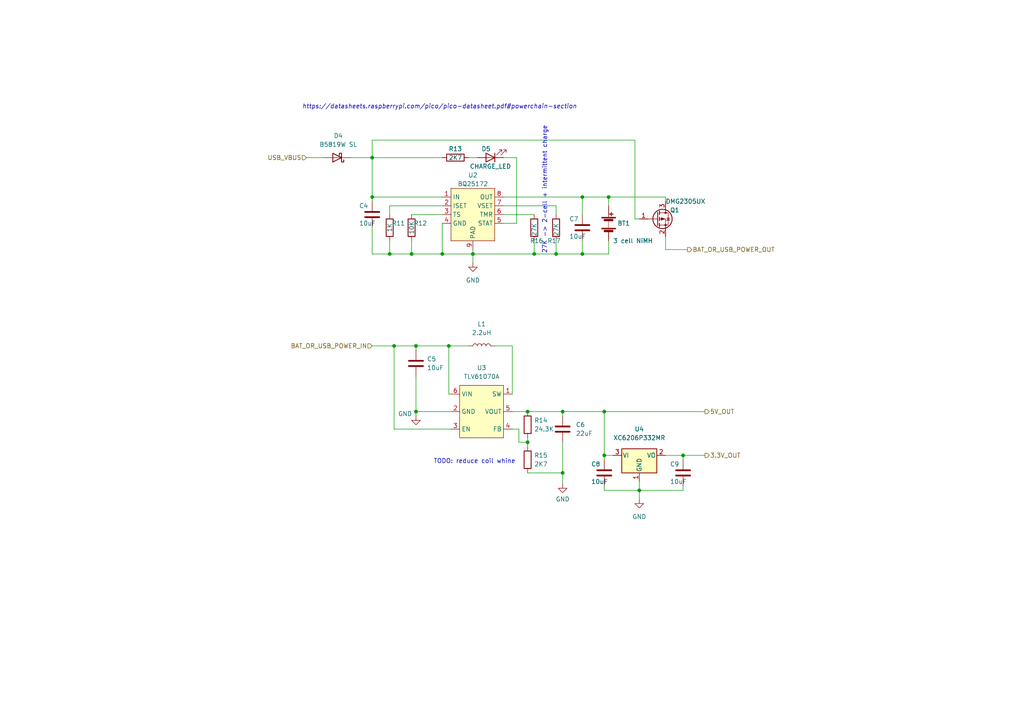
<source format=kicad_sch>
(kicad_sch (version 20211123) (generator eeschema)
  (paper "A4")
  (lib_symbols
    (symbol "Device:Battery" (pin_numbers hide) (pin_names (offset 0) hide)
      (property "Reference" "BT" (at 2.54 2.54 0))
      (property "Value" "Battery" (at 2.54 0 0))
      (symbol "Battery_0_1"
        (rectangle (start -2.032 -1.397) (end 2.032 -1.651) (fill (type outline)))
        (rectangle (start -2.032 1.778) (end 2.032 1.524) (fill (type outline)))
        (rectangle (start -1.3208 -1.9812) (end 1.27 -2.4892) (fill (type outline)))
        (rectangle (start -1.3208 1.1938) (end 1.27 0.6858) (fill (type outline)))
        (polyline (pts (xy 0 -1.524) (xy 0 -1.27)))
        (polyline (pts (xy 0 -1.016) (xy 0 -0.762)))
        (polyline (pts (xy 0 -0.508) (xy 0 -0.254)))
        (polyline (pts (xy 0 0) (xy 0 0.254)))
        (polyline (pts (xy 0 0.508) (xy 0 0.762)))
        (polyline (pts (xy 0 1.778) (xy 0 2.54)))
        (polyline (pts (xy 0.254 2.667) (xy 1.27 2.667)) (stroke (width 0.254)))
        (polyline (pts (xy 0.762 3.175) (xy 0.762 2.159)) (stroke (width 0.254)))
      )
      (symbol "Battery_1_1"
        (pin passive line (at 0 5.08 270) (length 2.54) (name "+") (number "1"))
        (pin passive line (at 0 -5.08 90) (length 2.54) (name "-") (number "2"))
      )
    )
    (symbol "Device:C" (pin_numbers hide) (pin_names (offset 0.254))
      (property "Reference" "C" (at 0.635 2.54 0))
      (property "Value" "C" (at 0.635 -2.54 0))
      (symbol "C_0_1"
        (polyline (pts (xy -2.032 -0.762) (xy 2.032 -0.762)) (stroke (width 0.508)))
        (polyline (pts (xy -2.032 0.762) (xy 2.032 0.762)) (stroke (width 0.508)))
      )
      (symbol "C_1_1"
        (pin passive line (at 0 3.81 270) (length 2.794) (name "~") (number "1"))
        (pin passive line (at 0 -3.81 90) (length 2.794) (name "~") (number "2"))
      )
    )
    (symbol "Device:L" (pin_numbers hide) (pin_names (offset 1.016) hide)
      (property "Reference" "L" (at -1.27 0 90))
      (property "Value" "L" (at 1.905 0 90))
      (symbol "L_0_1"
        (arc (start 0 -2.54) (mid 0.635 -1.905) (end 0 -1.27))
        (arc (start 0 -1.27) (mid 0.635 -0.635) (end 0 0))
        (arc (start 0 0) (mid 0.635 0.635) (end 0 1.27))
        (arc (start 0 1.27) (mid 0.635 1.905) (end 0 2.54))
      )
      (symbol "L_1_1"
        (pin passive line (at 0 3.81 270) (length 1.27) (name "1") (number "1"))
        (pin passive line (at 0 -3.81 90) (length 1.27) (name "2") (number "2"))
      )
    )
    (symbol "Device:LED" (pin_numbers hide) (pin_names (offset 1.016) hide)
      (property "Reference" "D" (at 0 2.54 0))
      (property "Value" "LED" (at 0 -2.54 0))
      (symbol "LED_0_1"
        (polyline (pts (xy -1.27 -1.27) (xy -1.27 1.27)) (stroke (width 0.254)))
        (polyline (pts (xy -1.27 0) (xy 1.27 0)))
        (polyline (pts (xy 1.27 -1.27) (xy 1.27 1.27) (xy -1.27 0) (xy 1.27 -1.27)) (stroke (width 0.254)))
        (polyline (pts (xy -3.048 -0.762) (xy -4.572 -2.286) (xy -3.81 -2.286) (xy -4.572 -2.286) (xy -4.572 -1.524)))
        (polyline (pts (xy -1.778 -0.762) (xy -3.302 -2.286) (xy -2.54 -2.286) (xy -3.302 -2.286) (xy -3.302 -1.524)))
      )
      (symbol "LED_1_1"
        (pin passive line (at -3.81 0 0) (length 2.54) (name "K") (number "1"))
        (pin passive line (at 3.81 0 180) (length 2.54) (name "A") (number "2"))
      )
    )
    (symbol "Device:R" (pin_numbers hide) (pin_names (offset 0))
      (property "Reference" "R" (at 2.032 0 90))
      (property "Value" "R" (at 0 0 90))
      (symbol "R_0_1"
        (rectangle (start -1.016 -2.54) (end 1.016 2.54) (stroke (width 0.254)))
      )
      (symbol "R_1_1"
        (pin passive line (at 0 3.81 270) (length 1.27) (name "~") (number "1"))
        (pin passive line (at 0 -3.81 90) (length 1.27) (name "~") (number "2"))
      )
    )
    (symbol "Diode:1N5819" (pin_numbers hide) (pin_names (offset 1.016) hide)
      (property "Reference" "D" (at 0 2.54 0))
      (property "Value" "1N5819" (at 0 -2.54 0))
      (symbol "1N5819_0_1"
        (polyline (pts (xy 1.27 0) (xy -1.27 0)))
        (polyline (pts (xy 1.27 1.27) (xy 1.27 -1.27) (xy -1.27 0) (xy 1.27 1.27)) (stroke (width 0.254)))
        (polyline (pts (xy -1.905 0.635) (xy -1.905 1.27) (xy -1.27 1.27) (xy -1.27 -1.27) (xy -0.635 -1.27) (xy -0.635 -0.635)) (stroke (width 0.254)))
      )
      (symbol "1N5819_1_1"
        (pin passive line (at -3.81 0 0) (length 2.54) (name "K") (number "1"))
        (pin passive line (at 3.81 0 180) (length 2.54) (name "A") (number "2"))
      )
    )
    (symbol "Regulator_Linear:XC6206PxxxMR" (pin_names (offset 0.254))
      (property "Reference" "U" (at -3.81 3.175 0))
      (property "Value" "XC6206PxxxMR" (at 0 3.175 0))
      (symbol "XC6206PxxxMR_0_1"
        (rectangle (start -5.08 1.905) (end 5.08 -5.08) (stroke (width 0.254)) (fill (type background)))
      )
      (symbol "XC6206PxxxMR_1_1"
        (pin power_in line (at 0 -7.62 90) (length 2.54) (name "GND") (number "1"))
        (pin power_out line (at 7.62 0 180) (length 2.54) (name "VO") (number "2"))
        (pin power_in line (at -7.62 0 0) (length 2.54) (name "VI") (number "3"))
      )
    )
    (symbol "Transistor_FET:DMG2301L" (pin_names hide)
      (property "Reference" "Q" (at 5.08 1.905 0))
      (property "Value" "DMG2301L" (at 5.08 0 0))
      (symbol "DMG2301L_0_1"
        (polyline (pts (xy 0.254 0) (xy -2.54 0)))
        (polyline (pts (xy 0.254 1.905) (xy 0.254 -1.905)) (stroke (width 0.254)))
        (polyline (pts (xy 0.762 -1.27) (xy 0.762 -2.286)) (stroke (width 0.254)))
        (polyline (pts (xy 0.762 0.508) (xy 0.762 -0.508)) (stroke (width 0.254)))
        (polyline (pts (xy 0.762 2.286) (xy 0.762 1.27)) (stroke (width 0.254)))
        (polyline (pts (xy 2.54 2.54) (xy 2.54 1.778)))
        (polyline (pts (xy 2.54 -2.54) (xy 2.54 0) (xy 0.762 0)))
        (polyline (pts (xy 0.762 1.778) (xy 3.302 1.778) (xy 3.302 -1.778) (xy 0.762 -1.778)))
        (polyline (pts (xy 2.286 0) (xy 1.27 0.381) (xy 1.27 -0.381) (xy 2.286 0)) (fill (type outline)))
        (polyline (pts (xy 2.794 -0.508) (xy 2.921 -0.381) (xy 3.683 -0.381) (xy 3.81 -0.254)))
        (polyline (pts (xy 3.302 -0.381) (xy 2.921 0.254) (xy 3.683 0.254) (xy 3.302 -0.381)))
        (circle (center 1.651 0) (radius 2.794) (stroke (width 0.254)))
        (circle (center 2.54 -1.778) (radius 0.254) (fill (type outline)))
        (circle (center 2.54 1.778) (radius 0.254) (fill (type outline)))
      )
      (symbol "DMG2301L_1_1"
        (pin input line (at -5.08 0 0) (length 2.54) (name "G") (number "1"))
        (pin passive line (at 2.54 -5.08 90) (length 2.54) (name "S") (number "2"))
        (pin passive line (at 2.54 5.08 270) (length 2.54) (name "D") (number "3"))
      )
    )
    (symbol "power:GND" (power) (pin_names (offset 0))
      (property "Value" "GND" (at 0 -3.81 0))
      (symbol "GND_0_1"
        (polyline (pts (xy 0 0) (xy 0 -1.27) (xy 1.27 -1.27) (xy 0 -2.54) (xy -1.27 -1.27) (xy 0 -1.27)))
      )
      (symbol "GND_1_1"
        (pin power_in line (at 0 0 270) (length 0) hide (name "GND") (number "1"))
      )
    )
    (symbol "project_library:BQ25172"
      (property "Reference" "U?" (at 0 10.16 0))
      (property "Value" "BQ25172" (at 0 12.7 0))
      (symbol "BQ25172_0_1"
        (rectangle (start -6.35 7.62) (end 6.35 -7.62) (fill (type background)))
      )
      (symbol "BQ25172_1_1"
        (pin input line (at -8.89 5.08 0) (length 2.54) (name "IN") (number "1"))
        (pin input line (at -8.89 2.54 0) (length 2.54) (name "ISET") (number "2"))
        (pin input line (at -8.89 0 0) (length 2.54) (name "TS") (number "3"))
        (pin input line (at -8.89 -2.54 0) (length 2.54) (name "GND") (number "4"))
        (pin input line (at 8.89 -2.54 180) (length 2.54) (name "STAT") (number "5"))
        (pin input line (at 8.89 0 180) (length 2.54) (name "TMR") (number "6"))
        (pin input line (at 8.89 2.54 180) (length 2.54) (name "VSET") (number "7"))
        (pin output line (at 8.89 5.08 180) (length 2.54) (name "OUT") (number "8"))
        (pin input line (at 0 -10.16 90) (length 2.54) (name "PAD") (number "9"))
      )
    )
    (symbol "project_library:TLV61070A"
      (property "Reference" "U" (at 0 7.62 0))
      (property "Value" "TLV61070A" (at 0 10.16 0))
      (symbol "TLV61070A_0_1"
        (rectangle (start -6.35 6.35) (end 6.35 -8.89) (fill (type background)))
      )
      (symbol "TLV61070A_1_1"
        (pin input line (at 8.89 3.81 180) (length 2.54) (name "SW") (number "1"))
        (pin power_in line (at -8.89 -1.27 0) (length 2.54) (name "GND") (number "2"))
        (pin input line (at -8.89 -6.35 0) (length 2.54) (name "EN") (number "3"))
        (pin input line (at 8.89 -6.35 180) (length 2.54) (name "FB") (number "4"))
        (pin power_out line (at 8.89 -1.27 180) (length 2.54) (name "VOUT") (number "5"))
        (pin power_in line (at -8.89 3.81 0) (length 2.54) (name "VIN") (number "6"))
      )
    )
  )
  (junction (at 120.65 100.33))
  (junction (at 153.035 119.38))
  (junction (at 176.53 57.15))
  (junction (at 168.91 73.66))
  (junction (at 137.16 73.66))
  (junction (at 130.175 100.33))
  (junction (at 120.65 119.38))
  (junction (at 107.95 45.72))
  (junction (at 175.26 119.38))
  (junction (at 114.3 100.33))
  (junction (at 113.03 73.66))
  (junction (at 198.12 132.08))
  (junction (at 128.27 73.66))
  (junction (at 163.195 119.38))
  (junction (at 119.38 73.66))
  (junction (at 185.42 142.24))
  (junction (at 161.29 73.66))
  (junction (at 163.195 137.16))
  (junction (at 107.95 57.15))
  (junction (at 175.26 132.08))
  (junction (at 168.91 57.15))
  (junction (at 154.94 73.66))
  (junction (at 153.035 128.27))
  (wire (pts (xy 137.16 73.66) (xy 137.16 76.2)))
  (wire (pts (xy 137.16 72.39) (xy 137.16 73.66)))
  (wire (pts (xy 175.26 119.38) (xy 175.26 132.08)))
  (wire (pts (xy 168.91 69.85) (xy 168.91 73.66)))
  (wire (pts (xy 130.81 114.3) (xy 130.175 114.3)))
  (wire (pts (xy 154.94 73.66) (xy 137.16 73.66)))
  (wire (pts (xy 185.42 142.24) (xy 185.42 144.78)))
  (wire (pts (xy 185.42 139.7) (xy 185.42 142.24)))
  (wire (pts (xy 153.035 127) (xy 153.035 128.27)))
  (wire (pts (xy 193.04 68.58) (xy 193.04 72.39)))
  (wire (pts (xy 175.26 142.24) (xy 175.26 140.97)))
  (wire (pts (xy 113.03 69.85) (xy 113.03 73.66)))
  (wire (pts (xy 107.95 40.64) (xy 184.15 40.64)))
  (wire (pts (xy 193.04 132.08) (xy 198.12 132.08)))
  (wire (pts (xy 198.12 132.08) (xy 198.12 133.35)))
  (wire (pts (xy 107.95 66.04) (xy 107.95 73.66)))
  (wire (pts (xy 107.95 45.72) (xy 107.95 57.15)))
  (wire (pts (xy 153.035 128.27) (xy 153.035 129.54)))
  (wire (pts (xy 130.175 100.33) (xy 135.89 100.33)))
  (wire (pts (xy 146.05 64.77) (xy 149.86 64.77)))
  (wire (pts (xy 120.65 100.33) (xy 120.65 101.6)))
  (wire (pts (xy 176.53 57.15) (xy 193.04 57.15)))
  (wire (pts (xy 120.65 119.38) (xy 120.65 120.65)))
  (wire (pts (xy 148.59 119.38) (xy 153.035 119.38)))
  (wire (pts (xy 120.65 119.38) (xy 130.81 119.38)))
  (wire (pts (xy 107.95 45.72) (xy 128.27 45.72)))
  (wire (pts (xy 175.26 132.08) (xy 177.8 132.08)))
  (wire (pts (xy 161.29 59.69) (xy 161.29 62.23)))
  (wire (pts (xy 130.175 114.3) (xy 130.175 100.33)))
  (wire (pts (xy 168.91 73.66) (xy 176.53 73.66)))
  (wire (pts (xy 161.29 73.66) (xy 154.94 73.66)))
  (wire (pts (xy 130.81 124.46) (xy 114.3 124.46)))
  (wire (pts (xy 146.05 59.69) (xy 161.29 59.69)))
  (wire (pts (xy 163.195 128.27) (xy 163.195 137.16)))
  (wire (pts (xy 149.86 64.77) (xy 149.86 45.72)))
  (wire (pts (xy 107.95 57.15) (xy 128.27 57.15)))
  (wire (pts (xy 114.3 100.33) (xy 120.65 100.33)))
  (wire (pts (xy 148.59 114.3) (xy 148.59 100.33)))
  (wire (pts (xy 150.495 124.46) (xy 150.495 128.27)))
  (wire (pts (xy 193.04 57.15) (xy 193.04 58.42)))
  (wire (pts (xy 107.95 100.33) (xy 114.3 100.33)))
  (wire (pts (xy 119.38 69.85) (xy 119.38 73.66)))
  (wire (pts (xy 128.27 64.77) (xy 128.27 73.66)))
  (wire (pts (xy 198.12 142.24) (xy 198.12 140.97)))
  (wire (pts (xy 154.94 69.85) (xy 154.94 73.66)))
  (wire (pts (xy 184.15 40.64) (xy 184.15 63.5)))
  (wire (pts (xy 120.65 100.33) (xy 130.175 100.33)))
  (wire (pts (xy 107.95 40.64) (xy 107.95 45.72)))
  (wire (pts (xy 184.15 63.5) (xy 185.42 63.5)))
  (wire (pts (xy 113.03 59.69) (xy 128.27 59.69)))
  (wire (pts (xy 168.91 57.15) (xy 176.53 57.15)))
  (wire (pts (xy 168.91 73.66) (xy 161.29 73.66)))
  (wire (pts (xy 193.04 72.39) (xy 199.39 72.39)))
  (wire (pts (xy 175.26 119.38) (xy 204.47 119.38)))
  (wire (pts (xy 113.03 62.23) (xy 113.03 59.69)))
  (wire (pts (xy 146.05 62.23) (xy 154.94 62.23)))
  (wire (pts (xy 176.53 57.15) (xy 176.53 59.69)))
  (wire (pts (xy 119.38 73.66) (xy 128.27 73.66)))
  (wire (pts (xy 137.16 73.66) (xy 128.27 73.66)))
  (wire (pts (xy 175.26 132.08) (xy 175.26 133.35)))
  (wire (pts (xy 119.38 62.23) (xy 128.27 62.23)))
  (wire (pts (xy 101.6 45.72) (xy 107.95 45.72)))
  (wire (pts (xy 88.9 45.72) (xy 93.98 45.72)))
  (wire (pts (xy 163.195 137.16) (xy 163.195 140.335)))
  (wire (pts (xy 113.03 73.66) (xy 119.38 73.66)))
  (wire (pts (xy 107.95 57.15) (xy 107.95 58.42)))
  (wire (pts (xy 175.26 142.24) (xy 185.42 142.24)))
  (wire (pts (xy 168.91 57.15) (xy 168.91 62.23)))
  (wire (pts (xy 198.12 132.08) (xy 204.47 132.08)))
  (wire (pts (xy 148.59 100.33) (xy 143.51 100.33)))
  (wire (pts (xy 146.05 57.15) (xy 168.91 57.15)))
  (wire (pts (xy 163.195 119.38) (xy 163.195 120.65)))
  (wire (pts (xy 161.29 69.85) (xy 161.29 73.66)))
  (wire (pts (xy 153.035 137.16) (xy 163.195 137.16)))
  (wire (pts (xy 107.95 73.66) (xy 113.03 73.66)))
  (wire (pts (xy 148.59 124.46) (xy 150.495 124.46)))
  (wire (pts (xy 176.53 69.85) (xy 176.53 73.66)))
  (wire (pts (xy 185.42 142.24) (xy 198.12 142.24)))
  (wire (pts (xy 114.3 100.33) (xy 114.3 124.46)))
  (wire (pts (xy 149.86 45.72) (xy 146.05 45.72)))
  (wire (pts (xy 135.89 45.72) (xy 138.43 45.72)))
  (wire (pts (xy 153.035 119.38) (xy 163.195 119.38)))
  (wire (pts (xy 150.495 128.27) (xy 153.035 128.27)))
  (wire (pts (xy 163.195 119.38) (xy 175.26 119.38)))
  (wire (pts (xy 120.65 109.22) (xy 120.65 119.38)))
  (text "TODO: reduce coil whine" (at 125.73 134.62 0) (effects (font (size 1.27 1.27)) (justify left bottom)))
  (text "27K -> 2-cell + intermittent charge\n" (at 158.75 73.66 90) (effects (font (size 1.27 1.27)) (justify left bottom)))
  (text "https://datasheets.raspberrypi.com/pico/pico-datasheet.pdf#powerchain-section" (at 87.63 31.75 0) (effects (font (size 1.27 1.27) italic) (justify left bottom)))
  (hierarchical_label "3.3V_OUT" (shape output) (at 204.47 132.08 0))
  (hierarchical_label "5V_OUT" (shape output) (at 204.47 119.38 0))
  (hierarchical_label "USB_VBUS" (shape input) (at 88.9 45.72 180))
  (hierarchical_label "BAT_OR_USB_POWER_OUT" (shape output) (at 199.39 72.39 0))
  (hierarchical_label "BAT_OR_USB_POWER_IN" (shape input) (at 107.95 100.33 180))
  (symbol (lib_id "Device:C") (at 198.12 137.16 0) (unit 1)
    (property "Reference" "C9" (at 194.31 134.62 0) (effects (justify left)))
    (property "Value" "10uF" (at 194.31 139.7 0) (effects (justify left)))
    (property "Footprint" "Capacitor_SMD:C_0603_1608Metric" (effects hide))
    (property "Vendor" "C19702" (effects hide))
  )
  (symbol (lib_id "Device:C") (at 120.65 105.41 0) (unit 1)
    (property "Reference" "C5" (at 123.825 104.1399 0) (effects (justify left)))
    (property "Value" "10uF" (at 123.825 106.6799 0) (effects (justify left)))
    (property "Footprint" "Capacitor_SMD:C_0603_1608Metric" (effects hide))
    (property "Vendor" "C19702" (effects hide))
  )
  (symbol (lib_id "Regulator_Linear:XC6206PxxxMR") (at 185.42 132.08 0) (unit 1)
    (property "Reference" "U4" (at 185.42 124.46 0))
    (property "Value" "XC6206P332MR" (at 185.42 127 0))
    (property "Footprint" "Package_TO_SOT_SMD:SOT-23-3" (effects hide))
    (property "Datasheet" "https://www.torexsemi.com/file/xc6206/XC6206.pdf" (effects hide))
    (property "Vendor" "C5446" (effects hide))
  )
  (symbol (lib_id "Transistor_FET:DMG2301L") (at 190.5 63.5 0) (unit 1)
    (property "Reference" "Q1" (at 194.31 60.96 0) (effects (justify left)))
    (property "Value" "DMG2305UX" (at 193.04 58.42 0) (effects (justify left)))
    (property "Footprint" "Package_TO_SOT_SMD:SOT-23" (effects hide))
    (property "Datasheet" "https://www.diodes.com/assets/Datasheets/DMG2305UX.pdf" (effects hide))
    (property "Vendor" "C2940629" (effects hide))
  )
  (symbol (lib_id "Device:R") (at 161.29 66.04 0) (unit 1)
    (property "Reference" "R17" (at 158.75 69.85 0) (effects (justify left)))
    (property "Value" "27K" (at 161.29 68.58 90) (effects (justify left)))
    (property "Footprint" "Resistor_SMD:R_0603_1608Metric" (effects hide))
    (property "Vendor" "C22967" (effects hide))
  )
  (symbol (lib_id "Device:R") (at 153.035 133.35 0) (unit 1)
    (property "Reference" "R15" (at 154.94 132.0799 0) (effects (justify left)))
    (property "Value" "2K7" (at 154.94 134.6199 0) (effects (justify left)))
    (property "Footprint" "Resistor_SMD:R_0603_1608Metric" (effects hide))
    (property "Vendor" "C13167" (effects hide))
  )
  (symbol (lib_id "power:GND") (at 137.16 76.2 0) (unit 1)
    (property "Reference" "#PWR0104" (effects hide))
    (property "Value" "GND" (at 137.16 81.28 0))
  )
  (symbol (lib_id "Device:LED") (at 142.24 45.72 180) (unit 1)
    (property "Reference" "D5" (at 140.97 43.18 0))
    (property "Value" "CHARGE_LED" (at 142.24 48.26 0))
    (property "Footprint" "LED_SMD:LED_0805_2012Metric" (effects hide))
    (property "Vendor" "C84256" (effects hide))
  )
  (symbol (lib_id "Device:R") (at 132.08 45.72 90) (unit 1)
    (property "Reference" "R13" (at 132.08 43.18 90))
    (property "Value" "2K7" (at 132.08 45.72 90))
    (property "Footprint" "Resistor_SMD:R_0603_1608Metric" (effects hide))
    (property "Vendor" "C13167" (effects hide))
  )
  (symbol (lib_id "power:GND") (at 163.195 140.335 0) (unit 1)
    (property "Reference" "#PWR0103" (effects hide))
    (property "Value" "GND" (at 163.195 144.78 0))
  )
  (symbol (lib_id "Device:C") (at 168.91 66.04 0) (unit 1)
    (property "Reference" "C7" (at 165.1 63.5 0) (effects (justify left)))
    (property "Value" "10uF" (at 165.1 68.58 0) (effects (justify left)))
    (property "Footprint" "Capacitor_SMD:C_0603_1608Metric" (effects hide))
    (property "Vendor" "C19702" (effects hide))
  )
  (symbol (lib_id "Device:R") (at 119.38 66.04 180) (unit 1)
    (property "Reference" "R12" (at 121.92 64.77 0))
    (property "Value" "10K" (at 119.38 66.04 90))
    (property "Footprint" "Resistor_SMD:R_0603_1608Metric" (effects hide))
    (property "Vendor" "C25804" (effects hide))
  )
  (symbol (lib_id "Device:L") (at 139.7 100.33 90) (unit 1)
    (property "Reference" "L1" (at 139.7 93.98 90))
    (property "Value" "2.2uH" (at 139.7 96.52 90))
    (property "Footprint" "Inductor_SMD:L_Sunlord_MWSA05xxS" (effects hide))
    (property "Vendor" "C408408" (effects hide))
  )
  (symbol (lib_id "power:GND") (at 120.65 120.65 0) (unit 1)
    (property "Reference" "#PWR0105" (effects hide))
    (property "Value" "GND" (at 117.475 120.015 0))
  )
  (symbol (lib_id "project_library:TLV61070A") (at 139.7 118.11 0) (unit 1)
    (property "Reference" "U3" (at 139.7 106.68 0))
    (property "Value" "TLV61070A" (at 139.7 109.22 0))
    (property "Footprint" "Package_SO:TSOP-6_1.65x3.05mm_P0.95mm" (effects hide))
    (property "Datasheet" "https://www.ti.com/product/TLV61070A" (effects hide))
    (property "Vendor" "C6881375" (effects hide))
  )
  (symbol (lib_id "power:GND") (at 185.42 144.78 0) (unit 1)
    (property "Reference" "#PWR0102" (effects hide))
    (property "Value" "GND" (at 185.42 149.86 0))
  )
  (symbol (lib_id "Device:Battery") (at 176.53 64.77 0) (unit 1)
    (property "Reference" "BT1" (at 179.07 64.77 0) (effects (justify left)))
    (property "Value" "3 cell NiMH" (at 177.8 69.85 0) (effects (justify left)))
    (property "Footprint" "Battery:BatteryHolder_Keystone_2462_2xAA" (effects hide))
  )
  (symbol (lib_id "Device:C") (at 175.26 137.16 0) (unit 1)
    (property "Reference" "C8" (at 171.45 134.62 0) (effects (justify left)))
    (property "Value" "10uF" (at 171.45 139.7 0) (effects (justify left)))
    (property "Footprint" "Capacitor_SMD:C_0603_1608Metric" (effects hide))
    (property "Vendor" "C19702" (effects hide))
  )
  (symbol (lib_id "Diode:1N5819") (at 97.79 45.72 180) (unit 1)
    (property "Reference" "D4" (at 98.1075 39.37 0))
    (property "Value" "B5819W SL" (at 98.1075 41.91 0))
    (property "Footprint" "Diode_SMD:D_SOD-123" (effects hide))
    (property "Vendor" "C8598" (effects hide))
  )
  (symbol (lib_id "Device:R") (at 154.94 66.04 0) (unit 1)
    (property "Reference" "R16" (at 153.67 69.85 0) (effects (justify left)))
    (property "Value" "27K" (at 154.94 68.58 90) (effects (justify left)))
    (property "Footprint" "Resistor_SMD:R_0603_1608Metric" (effects hide))
    (property "Vendor" "C22967" (effects hide))
  )
  (symbol (lib_id "Device:R") (at 153.035 123.19 0) (unit 1)
    (property "Reference" "R14" (at 154.94 121.92 0) (effects (justify left)))
    (property "Value" "24.3K" (at 154.94 124.46 0) (effects (justify left)))
    (property "Footprint" "Resistor_SMD:R_0805_2012Metric" (effects hide))
    (property "Vendor" "C204336" (effects hide))
  )
  (symbol (lib_id "Device:R") (at 113.03 66.04 180) (unit 1)
    (property "Reference" "R11" (at 115.57 64.77 0))
    (property "Value" "1K" (at 113.03 66.04 90))
    (property "Footprint" "Resistor_SMD:R_0603_1608Metric" (effects hide))
    (property "Vendor" "C21190" (effects hide))
  )
  (symbol (lib_id "Device:C") (at 107.95 62.23 0) (unit 1)
    (property "Reference" "C4" (at 104.14 59.69 0) (effects (justify left)))
    (property "Value" "10uF" (at 104.14 64.77 0) (effects (justify left)))
    (property "Footprint" "Capacitor_SMD:C_0603_1608Metric" (effects hide))
    (property "Vendor" "C19702" (effects hide))
  )
  (symbol (lib_id "Device:C") (at 163.195 124.46 0) (unit 1)
    (property "Reference" "C6" (at 167.005 123.1899 0) (effects (justify left)))
    (property "Value" "22uF" (at 167.005 125.7299 0) (effects (justify left)))
    (property "Footprint" "Capacitor_SMD:C_0603_1608Metric" (effects hide))
    (property "Vendor" "C59461" (effects hide))
  )
  (symbol (lib_id "project_library:BQ25172") (at 137.16 62.23 0) (unit 1)
    (property "Reference" "U2" (at 137.16 50.8 0))
    (property "Value" "BQ25172" (at 137.16 53.34 0))
    (property "Footprint" "Package_SON:WSON-8-1EP_2x2mm_P0.5mm_EP0.9x1.6mm" (effects hide))
    (property "Datasheet" "https://www.ti.com/lit/ds/symlink/bq25172.pdf?ts=1709683376674" (effects hide))
    (property "Vendor" "C5189434" (effects hide))
  )
)
</source>
